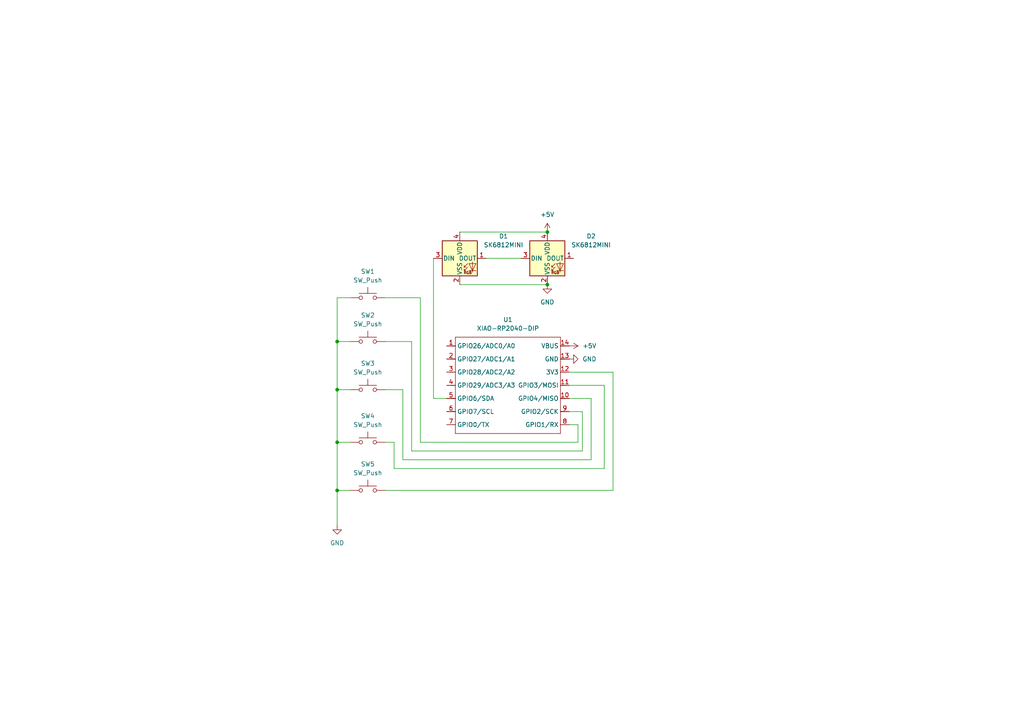
<source format=kicad_sch>
(kicad_sch (version 20250114) (generator "eeschema") (generator_version "9.0")
  (paper "A4")
  (lib_symbols
    (symbol "LED:SK6812MINI" (pin_names (offset 0.254))
      (property "Reference" "D" (at 5.08 5.715 0))
      (property "Value" "SK6812MINI" (at 1.27 -5.715 0))
      (symbol "SK6812MINI_0_0"
        (text "RGB" (at 2.286 -4.191 0) (effects (font (size 0.762 0.762))))
      )
      (symbol "SK6812MINI_0_1"
        (polyline (pts (xy 1.27 -2.54) (xy 1.778 -2.54)))
        (polyline (pts (xy 1.27 -3.556) (xy 1.778 -3.556)))
        (polyline (pts (xy 2.286 -1.524) (xy 1.27 -2.54) (xy 1.27 -2.032)))
        (polyline (pts (xy 2.286 -2.54) (xy 1.27 -3.556) (xy 1.27 -3.048)))
        (polyline (pts (xy 3.683 -1.016) (xy 3.683 -3.556) (xy 3.683 -4.064)))
        (polyline (pts (xy 4.699 -1.524) (xy 2.667 -1.524) (xy 3.683 -3.556) (xy 4.699 -1.524)))
        (polyline (pts (xy 4.699 -3.556) (xy 2.667 -3.556)))
        (rectangle (start 5.08 5.08) (end -5.08 -5.08) (stroke (width 0.254)) (fill (type background)))
      )
      (symbol "SK6812MINI_1_1"
        (pin input line (at -7.62 0 0) (length 2.54) (name "DIN") (number "3"))
        (pin power_in line (at 0 7.62 270) (length 2.54) (name "VDD") (number "4"))
        (pin power_in line (at 0 -7.62 90) (length 2.54) (name "VSS") (number "2"))
        (pin output line (at 7.62 0 180) (length 2.54) (name "DOUT") (number "1"))
      )
    )
    (symbol "OPL Library:XIAO-RP2040-DIP"
      (property "Reference" "U" (at 0 0 0))
      (property "Value" "XIAO-RP2040-DIP" (at 5.334 -1.778 0))
      (symbol "XIAO-RP2040-DIP_1_0"
        (polyline (pts (xy -1.27 -2.54) (xy 29.21 -2.54)) (stroke (width 0.1524)))
        (polyline (pts (xy -1.27 -5.08) (xy -2.54 -5.08)) (stroke (width 0.1524)))
        (polyline (pts (xy -1.27 -5.08) (xy -1.27 -2.54)) (stroke (width 0.1524)))
        (polyline (pts (xy -1.27 -8.89) (xy -2.54 -8.89)) (stroke (width 0.1524)))
        (polyline (pts (xy -1.27 -8.89) (xy -1.27 -5.08)) (stroke (width 0.1524)))
        (polyline (pts (xy -1.27 -12.7) (xy -2.54 -12.7)) (stroke (width 0.1524)))
        (polyline (pts (xy -1.27 -12.7) (xy -1.27 -8.89)) (stroke (width 0.1524)))
        (polyline (pts (xy -1.27 -16.51) (xy -2.54 -16.51)) (stroke (width 0.1524)))
        (polyline (pts (xy -1.27 -16.51) (xy -1.27 -12.7)) (stroke (width 0.1524)))
        (polyline (pts (xy -1.27 -20.32) (xy -2.54 -20.32)) (stroke (width 0.1524)))
        (polyline (pts (xy -1.27 -24.13) (xy -2.54 -24.13)) (stroke (width 0.1524)))
        (polyline (pts (xy -1.27 -27.94) (xy -2.54 -27.94)) (stroke (width 0.1524)))
        (polyline (pts (xy -1.27 -30.48) (xy -1.27 -16.51)) (stroke (width 0.1524)))
        (polyline (pts (xy 29.21 -2.54) (xy 29.21 -5.08)) (stroke (width 0.1524)))
        (polyline (pts (xy 29.21 -5.08) (xy 29.21 -8.89)) (stroke (width 0.1524)))
        (polyline (pts (xy 29.21 -8.89) (xy 29.21 -12.7)) (stroke (width 0.1524)))
        (polyline (pts (xy 29.21 -12.7) (xy 29.21 -30.48)) (stroke (width 0.1524)))
        (polyline (pts (xy 29.21 -30.48) (xy -1.27 -30.48)) (stroke (width 0.1524)))
        (polyline (pts (xy 30.48 -5.08) (xy 29.21 -5.08)) (stroke (width 0.1524)))
        (polyline (pts (xy 30.48 -8.89) (xy 29.21 -8.89)) (stroke (width 0.1524)))
        (polyline (pts (xy 30.48 -12.7) (xy 29.21 -12.7)) (stroke (width 0.1524)))
        (polyline (pts (xy 30.48 -16.51) (xy 29.21 -16.51)) (stroke (width 0.1524)))
        (polyline (pts (xy 30.48 -20.32) (xy 29.21 -20.32)) (stroke (width 0.1524)))
        (polyline (pts (xy 30.48 -24.13) (xy 29.21 -24.13)) (stroke (width 0.1524)))
        (polyline (pts (xy 30.48 -27.94) (xy 29.21 -27.94)) (stroke (width 0.1524)))
        (pin passive line (at -3.81 -5.08 0) (length 2.54) (name "GPIO26/ADC0/A0") (number "1"))
        (pin passive line (at -3.81 -8.89 0) (length 2.54) (name "GPIO27/ADC1/A1") (number "2"))
        (pin passive line (at -3.81 -12.7 0) (length 2.54) (name "GPIO28/ADC2/A2") (number "3"))
        (pin passive line (at -3.81 -16.51 0) (length 2.54) (name "GPIO29/ADC3/A3") (number "4"))
        (pin passive line (at -3.81 -20.32 0) (length 2.54) (name "GPIO6/SDA") (number "5"))
        (pin passive line (at -3.81 -24.13 0) (length 2.54) (name "GPIO7/SCL") (number "6"))
        (pin passive line (at -3.81 -27.94 0) (length 2.54) (name "GPIO0/TX") (number "7"))
        (pin passive line (at 31.75 -5.08 180) (length 2.54) (name "VBUS") (number "14"))
        (pin passive line (at 31.75 -8.89 180) (length 2.54) (name "GND") (number "13"))
        (pin passive line (at 31.75 -12.7 180) (length 2.54) (name "3V3") (number "12"))
        (pin passive line (at 31.75 -16.51 180) (length 2.54) (name "GPIO3/MOSI") (number "11"))
        (pin passive line (at 31.75 -20.32 180) (length 2.54) (name "GPIO4/MISO") (number "10"))
        (pin passive line (at 31.75 -24.13 180) (length 2.54) (name "GPIO2/SCK") (number "9"))
        (pin passive line (at 31.75 -27.94 180) (length 2.54) (name "GPIO1/RX") (number "8"))
      )
    )
    (symbol "Switch:SW_Push" (pin_numbers (hide yes)) (pin_names (offset 1.016) (hide yes))
      (property "Reference" "SW" (at 1.27 2.54 0))
      (property "Value" "SW_Push" (at 0 -1.524 0))
      (symbol "SW_Push_0_1"
        (circle (center -2.032 0) (radius 0.508))
        (polyline (pts (xy 0 1.27) (xy 0 3.048)))
        (circle (center 2.032 0) (radius 0.508))
        (polyline (pts (xy 2.54 1.27) (xy -2.54 1.27)))
        (pin passive line (at -5.08 0 0) (length 2.54) (name "1") (number "1"))
        (pin passive line (at 5.08 0 180) (length 2.54) (name "2") (number "2"))
      )
    )
    (symbol "power:+5V" (power) (pin_numbers (hide yes)) (pin_names (offset 0) (hide yes))
      (property "Value" "+5V" (at 0 3.556 0))
      (symbol "+5V_0_1"
        (polyline (pts (xy -0.762 1.27) (xy 0 2.54)))
        (polyline (pts (xy 0 2.54) (xy 0.762 1.27)))
        (polyline (pts (xy 0 0) (xy 0 2.54)))
      )
      (symbol "+5V_1_1"
        (pin power_in line (at 0 0 90) (length 0) (name "~") (number "1"))
      )
    )
    (symbol "power:GND" (power) (pin_numbers (hide yes)) (pin_names (offset 0) (hide yes))
      (property "Value" "GND" (at 0 -3.81 0))
      (symbol "GND_0_1"
        (polyline (pts (xy 0 0) (xy 0 -1.27) (xy 1.27 -1.27) (xy 0 -2.54) (xy -1.27 -1.27) (xy 0 -1.27)))
      )
      (symbol "GND_1_1"
        (pin power_in line (at 0 0 270) (length 0) (name "~") (number "1"))
      )
    )
  )
  (junction (at 97.79 128.27))
  (junction (at 97.79 99.06))
  (junction (at 158.75 67.31))
  (junction (at 158.75 82.55))
  (junction (at 97.79 142.24))
  (junction (at 97.79 113.03))
  (wire (pts (xy 116.84 133.35) (xy 171.45 133.35)))
  (wire (pts (xy 97.79 142.24) (xy 101.6 142.24)))
  (wire (pts (xy 97.79 113.03) (xy 97.79 128.27)))
  (wire (pts (xy 133.35 82.55) (xy 158.75 82.55)))
  (wire (pts (xy 171.45 133.35) (xy 171.45 115.57)))
  (wire (pts (xy 111.76 86.36) (xy 121.92 86.36)))
  (wire (pts (xy 171.45 115.57) (xy 165.1 115.57)))
  (wire (pts (xy 111.76 128.27) (xy 114.3 128.27)))
  (wire (pts (xy 140.97 74.93) (xy 151.13 74.93)))
  (wire (pts (xy 111.76 99.06) (xy 119.38 99.06)))
  (wire (pts (xy 168.91 130.81) (xy 168.91 119.38)))
  (wire (pts (xy 177.8 142.24) (xy 177.8 107.95)))
  (wire (pts (xy 97.79 142.24) (xy 97.79 152.4)))
  (wire (pts (xy 119.38 130.81) (xy 168.91 130.81)))
  (wire (pts (xy 97.79 113.03) (xy 101.6 113.03)))
  (wire (pts (xy 125.73 74.93) (xy 125.73 115.57)))
  (wire (pts (xy 167.64 128.27) (xy 167.64 123.19)))
  (wire (pts (xy 97.79 99.06) (xy 97.79 113.03)))
  (wire (pts (xy 175.26 111.76) (xy 165.1 111.76)))
  (wire (pts (xy 111.76 142.24) (xy 177.8 142.24)))
  (wire (pts (xy 121.92 86.36) (xy 121.92 128.27)))
  (wire (pts (xy 175.26 135.89) (xy 175.26 111.76)))
  (wire (pts (xy 177.8 107.95) (xy 165.1 107.95)))
  (wire (pts (xy 168.91 119.38) (xy 165.1 119.38)))
  (wire (pts (xy 116.84 113.03) (xy 116.84 133.35)))
  (wire (pts (xy 114.3 135.89) (xy 175.26 135.89)))
  (wire (pts (xy 125.73 115.57) (xy 129.54 115.57)))
  (wire (pts (xy 97.79 99.06) (xy 101.6 99.06)))
  (wire (pts (xy 97.79 86.36) (xy 97.79 99.06)))
  (wire (pts (xy 114.3 128.27) (xy 114.3 135.89)))
  (wire (pts (xy 97.79 128.27) (xy 97.79 142.24)))
  (wire (pts (xy 119.38 99.06) (xy 119.38 130.81)))
  (wire (pts (xy 111.76 113.03) (xy 116.84 113.03)))
  (wire (pts (xy 121.92 128.27) (xy 167.64 128.27)))
  (wire (pts (xy 167.64 123.19) (xy 165.1 123.19)))
  (wire (pts (xy 97.79 128.27) (xy 101.6 128.27)))
  (wire (pts (xy 133.35 67.31) (xy 158.75 67.31)))
  (wire (pts (xy 101.6 86.36) (xy 97.79 86.36)))
  (symbol (lib_id "power:+5V") (at 165.1 100.33 270) (unit 1)
    (property "Reference" "#PWR05" (effects (hide yes)))
    (property "Value" "+5V" (at 168.91 100.3299 90) (effects (justify left)))
    (property "Description" "Power symbol creates a global label with name \"+5V\"" (effects (hide yes)))
  )
  (symbol (lib_id "Switch:SW_Push") (at 106.68 99.06 0) (unit 1)
    (property "Reference" "SW2" (at 106.68 91.44 0))
    (property "Value" "SW_Push" (at 106.68 93.98 0))
    (property "Footprint" "Button_Switch_Keyboard:SW_Cherry_MX_1.00u_PCB" (effects (hide yes)))
    (property "Description" "Push button switch, generic, two pins" (effects (hide yes)))
  )
  (symbol (lib_id "LED:SK6812MINI") (at 158.75 74.93 0) (unit 1)
    (property "Reference" "D2" (at 171.45 68.5098 0))
    (property "Value" "SK6812MINI" (at 171.45 71.0498 0))
    (property "Footprint" "LED_SMD:LED_SK6812MINI_PLCC4_3.5x3.5mm_P1.75mm" (effects (hide yes)))
    (property "Datasheet" "https://cdn-shop.adafruit.com/product-files/2686/SK6812MINI_REV.01-1-2.pdf" (effects (hide yes)))
    (property "Description" "RGB LED with integrated controller" (effects (hide yes)))
  )
  (symbol (lib_id "power:GND") (at 165.1 104.14 90) (unit 1)
    (property "Reference" "#PWR02" (effects (hide yes)))
    (property "Value" "GND" (at 168.91 104.1399 90) (effects (justify right)))
    (property "Description" "Power symbol creates a global label with name \"GND\" , ground" (effects (hide yes)))
  )
  (symbol (lib_id "Switch:SW_Push") (at 106.68 128.27 0) (unit 1)
    (property "Reference" "SW4" (at 106.68 120.65 0))
    (property "Value" "SW_Push" (at 106.68 123.19 0))
    (property "Footprint" "Button_Switch_Keyboard:SW_Cherry_MX_1.00u_PCB" (effects (hide yes)))
    (property "Description" "Push button switch, generic, two pins" (effects (hide yes)))
  )
  (symbol (lib_id "power:GND") (at 97.79 152.4 0) (unit 1)
    (property "Reference" "#PWR01" (effects (hide yes)))
    (property "Value" "GND" (at 97.79 157.48 0))
    (property "Description" "Power symbol creates a global label with name \"GND\" , ground" (effects (hide yes)))
  )
  (symbol (lib_id "Switch:SW_Push") (at 106.68 113.03 0) (unit 1)
    (property "Reference" "SW3" (at 106.68 105.41 0))
    (property "Value" "SW_Push" (at 106.68 107.95 0))
    (property "Footprint" "Button_Switch_Keyboard:SW_Cherry_MX_1.00u_PCB" (effects (hide yes)))
    (property "Description" "Push button switch, generic, two pins" (effects (hide yes)))
  )
  (symbol (lib_id "Switch:SW_Push") (at 106.68 86.36 0) (unit 1)
    (property "Reference" "SW1" (at 106.68 78.74 0))
    (property "Value" "SW_Push" (at 106.68 81.28 0))
    (property "Footprint" "Button_Switch_Keyboard:SW_Cherry_MX_1.00u_PCB" (effects (hide yes)))
    (property "Description" "Push button switch, generic, two pins" (effects (hide yes)))
  )
  (symbol (lib_id "OPL Library:XIAO-RP2040-DIP") (at 133.35 95.25 0) (unit 1)
    (property "Reference" "U1" (at 147.32 92.71 0))
    (property "Value" "XIAO-RP2040-DIP" (at 147.32 95.25 0))
    (property "Footprint" "OPL Lib:XIAO-RP2040-DIP" (effects (hide yes)))
  )
  (symbol (lib_id "power:GND") (at 158.75 82.55 0) (unit 1)
    (property "Reference" "#PWR03" (effects (hide yes)))
    (property "Value" "GND" (at 158.75 87.63 0))
    (property "Description" "Power symbol creates a global label with name \"GND\" , ground" (effects (hide yes)))
  )
  (symbol (lib_id "Switch:SW_Push") (at 106.68 142.24 0) (unit 1)
    (property "Reference" "SW5" (at 106.68 134.62 0))
    (property "Value" "SW_Push" (at 106.68 137.16 0))
    (property "Footprint" "Button_Switch_Keyboard:SW_Cherry_MX_1.00u_PCB" (effects (hide yes)))
    (property "Description" "Push button switch, generic, two pins" (effects (hide yes)))
  )
  (symbol (lib_id "LED:SK6812MINI") (at 133.35 74.93 0) (unit 1)
    (property "Reference" "D1" (at 146.05 68.5098 0))
    (property "Value" "SK6812MINI" (at 146.05 71.0498 0))
    (property "Footprint" "LED_SMD:LED_SK6812MINI_PLCC4_3.5x3.5mm_P1.75mm" (effects (hide yes)))
    (property "Datasheet" "https://cdn-shop.adafruit.com/product-files/2686/SK6812MINI_REV.01-1-2.pdf" (effects (hide yes)))
    (property "Description" "RGB LED with integrated controller" (effects (hide yes)))
  )
  (symbol (lib_id "power:+5V") (at 158.75 67.31 0) (unit 1)
    (property "Reference" "#PWR04" (effects (hide yes)))
    (property "Value" "+5V" (at 158.75 62.23 0))
    (property "Description" "Power symbol creates a global label with name \"+5V\"" (effects (hide yes)))
  )
)
</source>
